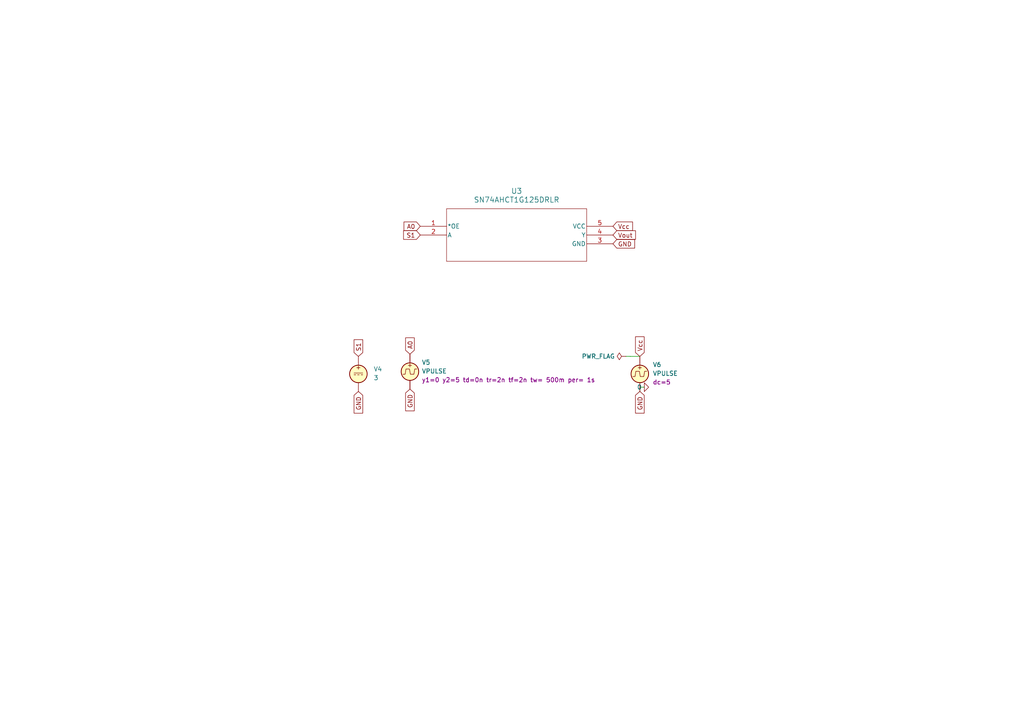
<source format=kicad_sch>
(kicad_sch (version 20231120) (generator "eeschema") (generator_version "8.0")
  (paper "A4")
  (lib_symbols
    (symbol "SN74AHCT1G125:SN74AHCT1G125DRLR" (pin_names (offset 0.254))
      (property "Reference" "U" (at 27.94 10.16 0))
      (property "Value" "SN74AHCT1G125DRLR" (at 27.94 7.62 0))
      (symbol "SN74AHCT1G125DRLR_0_1"
        (polyline (pts (xy 7.62 -10.16) (xy 48.26 -10.16)) (stroke (width 0.127)))
        (polyline (pts (xy 7.62 5.08) (xy 7.62 -10.16)) (stroke (width 0.127)))
        (polyline (pts (xy 48.26 -10.16) (xy 48.26 5.08)) (stroke (width 0.127)))
        (polyline (pts (xy 48.26 5.08) (xy 7.62 5.08)) (stroke (width 0.127)))
        (pin input line (at 0 0 0) (length 7.62) (name "*OE") (number "1"))
        (pin input line (at 0 -2.54 0) (length 7.62) (name "A") (number "2"))
        (pin power_in line (at 55.88 -5.08 180) (length 7.62) (name "GND") (number "3"))
        (pin output line (at 55.88 -2.54 180) (length 7.62) (name "Y") (number "4"))
        (pin power_in line (at 55.88 0 180) (length 7.62) (name "VCC") (number "5"))
      )
    )
    (symbol "Simulation_SPICE:0" (power) (pin_numbers hide) (pin_names (offset 0) hide)
      (property "Value" "0" (at 0 -2.54 0))
      (symbol "0_0_1"
        (polyline (pts (xy -1.27 0) (xy 0 -1.27) (xy 1.27 0) (xy -1.27 0)))
      )
      (symbol "0_1_1"
        (pin power_in line (at 0 0 0) (length 0) (name "~") (number "1"))
      )
    )
    (symbol "Simulation_SPICE:VDC" (pin_numbers hide) (pin_names (offset 0.0254))
      (property "Reference" "V" (at 2.54 2.54 0))
      (property "Value" "1" (at 2.54 0 0))
      (symbol "VDC_0_0"
        (polyline (pts (xy -1.27 0.254) (xy 1.27 0.254)))
        (polyline (pts (xy -0.762 -0.254) (xy -1.27 -0.254)))
        (polyline (pts (xy 0.254 -0.254) (xy -0.254 -0.254)))
        (polyline (pts (xy 1.27 -0.254) (xy 0.762 -0.254)))
        (text "+" (at 0 1.905 0) (effects (font (size 1.27 1.27))))
      )
      (symbol "VDC_0_1"
        (circle (center 0 0) (radius 2.54) (stroke (width 0.254)) (fill (type background)))
      )
      (symbol "VDC_1_1"
        (pin passive line (at 0 5.08 270) (length 2.54) (name "~") (number "1"))
        (pin passive line (at 0 -5.08 90) (length 2.54) (name "~") (number "2"))
      )
    )
    (symbol "Simulation_SPICE:VPULSE" (pin_numbers hide) (pin_names (offset 0.0254))
      (property "Reference" "V" (at 2.54 2.54 0))
      (property "Value" "VPULSE" (at 2.54 0 0))
      (property "Sim.Params" "y1=0 y2=1 td=2n tr=2n tf=2n tw=50n per=100n" (at 2.54 -2.54 0))
      (symbol "VPULSE_0_0"
        (polyline (pts (xy -2.032 -0.762) (xy -1.397 -0.762) (xy -1.143 0.762) (xy -0.127 0.762) (xy 0.127 -0.762) (xy 1.143 -0.762) (xy 1.397 0.762) (xy 2.032 0.762)))
        (text "+" (at 0 1.905 0) (effects (font (size 1.27 1.27))))
      )
      (symbol "VPULSE_0_1"
        (circle (center 0 0) (radius 2.54) (stroke (width 0.254)) (fill (type background)))
      )
      (symbol "VPULSE_1_1"
        (pin passive line (at 0 5.08 270) (length 2.54) (name "~") (number "1"))
        (pin passive line (at 0 -5.08 90) (length 2.54) (name "~") (number "2"))
      )
    )
    (symbol "power:PWR_FLAG" (power) (pin_numbers hide) (pin_names (offset 0) hide)
      (property "Value" "PWR_FLAG" (at 0 3.81 0))
      (symbol "PWR_FLAG_0_0"
        (pin power_out line (at 0 0 90) (length 0) (name "~") (number "1"))
      )
      (symbol "PWR_FLAG_0_1"
        (polyline (pts (xy 0 0) (xy 0 1.27) (xy -1.016 1.905) (xy 0 2.54) (xy 1.016 1.905) (xy 0 1.27)))
      )
    )
  )
  (wire (pts (xy 181.5406 103.3488) (xy 182.8106 103.3488)))
  (wire (pts (xy 182.8106 103.3488) (xy 182.8106 103.3667)))
  (wire (pts (xy 185.5763 112.2909) (xy 185.5763 113.5267)))
  (wire (pts (xy 186.8754 112.2909) (xy 185.5763 112.2909)))
  (wire (pts (xy 182.8106 103.3667) (xy 185.5763 103.3667)))
  (global_label "S1" (shape input) (at 103.9503 103.3736 90) (property "Intersheetrefs" "${INTERSHEET_REFS}" (effects (hide yes))))
  (global_label "A0" (shape input) (at 118.8987 102.7043 90) (property "Intersheetrefs" "${INTERSHEET_REFS}" (effects (hide yes))))
  (global_label "Vout" (shape input) (at 177.7792 68.1718 0) (property "Intersheetrefs" "${INTERSHEET_REFS}" (effects (hide yes))))
  (global_label "A0" (shape input) (at 121.8992 65.6318 180) (property "Intersheetrefs" "${INTERSHEET_REFS}" (effects (hide yes))))
  (global_label "Vcc" (shape input) (at 185.5763 103.3667 90) (property "Intersheetrefs" "${INTERSHEET_REFS}" (effects (hide yes))))
  (global_label "GND" (shape input) (at 118.8987 112.8643 270) (property "Intersheetrefs" "${INTERSHEET_REFS}" (effects (hide yes))))
  (global_label "GND" (shape input) (at 103.9503 113.5336 270) (property "Intersheetrefs" "${INTERSHEET_REFS}" (effects (hide yes))))
  (global_label "S1" (shape input) (at 121.8992 68.1718 180) (property "Intersheetrefs" "${INTERSHEET_REFS}" (effects (hide yes))))
  (global_label "Vcc" (shape input) (at 177.7792 65.6318 0) (property "Intersheetrefs" "${INTERSHEET_REFS}" (effects (hide yes))))
  (global_label "GND" (shape input) (at 185.5763 113.5267 270) (property "Intersheetrefs" "${INTERSHEET_REFS}" (effects (hide yes))))
  (global_label "GND" (shape input) (at 177.7792 70.7118 0) (property "Intersheetrefs" "${INTERSHEET_REFS}" (effects (hide yes))))
  (symbol (lib_id "Simulation_SPICE:0") (at 186.8754 112.2909 90) (unit 1)
    (property "Reference" "#GND03" (effects (hide yes)))
    (property "Value" "0" (at 186.1886 112.2908 90) (effects (justify left)))
    (property "Datasheet" "https://ngspice.sourceforge.io/docs/ngspice-html-manual/manual.xhtml#subsec_Circuit_elements__device" (effects (hide yes)))
    (property "Description" "0V reference potential for simulation" (effects (hide yes)))
  )
  (symbol (lib_id "Simulation_SPICE:VPULSE") (at 118.8987 107.7843 0) (unit 1)
    (property "Reference" "V5" (at 122.3227 105.1144 0) (effects (justify left)))
    (property "Value" "VPULSE" (at 122.3227 107.6544 0) (effects (justify left)))
    (property "Datasheet" "https://ngspice.sourceforge.io/docs/ngspice-html-manual/manual.xhtml#sec_Independent_Sources_for" (effects (hide yes)))
    (property "Description" "Voltage source, pulse" (effects (hide yes)))
    (property "Sim.Pins" "1=+ 2=-" (effects (hide yes)))
    (property "Sim.Type" "PULSE" (effects (hide yes)))
    (property "Sim.Device" "V" (effects (hide yes)))
    (property "Sim.Params" "y1=0 y2=5 td=0n tr=2n tf=2n tw= 500m per= 1s" (at 122.3227 110.1944 0) (effects (justify left)))
  )
  (symbol (lib_id "Simulation_SPICE:VPULSE") (at 185.5763 108.4467 0) (unit 1)
    (property "Reference" "V6" (at 189.3162 105.7768 0) (effects (justify left)))
    (property "Value" "VPULSE" (at 189.3162 108.3168 0) (effects (justify left)))
    (property "Datasheet" "https://ngspice.sourceforge.io/docs/ngspice-html-manual/manual.xhtml#sec_Independent_Sources_for" (effects (hide yes)))
    (property "Description" "Voltage source, pulse" (effects (hide yes)))
    (property "Sim.Pins" "1=+ 2=-" (effects (hide yes)))
    (property "Sim.Type" "DC" (effects (hide yes)))
    (property "Sim.Device" "V" (effects (hide yes)))
    (property "Sim.Params" "dc=5" (at 189.3162 110.8568 0) (effects (justify left)))
  )
  (symbol (lib_id "power:PWR_FLAG") (at 181.5406 103.3488 90) (unit 1)
    (property "Reference" "#FLG03" (effects (hide yes)))
    (property "Value" "PWR_FLAG" (at 178.3654 103.3487 90) (effects (justify left)))
    (property "Description" "Special symbol for telling ERC where power comes from" (effects (hide yes)))
  )
  (symbol (lib_id "SN74AHCT1G125:SN74AHCT1G125DRLR") (at 121.8992 65.6318 0) (unit 1)
    (property "Reference" "U3" (at 149.8392 55.4139 0) (effects (font (size 1.524 1.524))))
    (property "Value" "SN74AHCT1G125DRLR" (at 149.8392 57.9539 0) (effects (font (size 1.524 1.524))))
    (property "Footprint" "DRL5" (effects (hide yes)))
    (property "Datasheet" "SN74AHCT1G125DRLR" (effects (hide yes)))
    (property "Sim.Library" "/Users/salimelouahdani/Downloads/SN74AHCT1G125.cir" (effects (hide yes)))
    (property "Sim.Name" "SN74AHCT1G125" (effects (hide yes)))
    (property "Sim.Device" "SUBCKT" (effects (hide yes)))
    (property "Sim.Pins" "1=OEZ 2=A 3=AGND 4=Y 5=VCC" (effects (hide yes)))
  )
  (symbol (lib_id "Simulation_SPICE:VDC") (at 103.9503 108.4536 0) (unit 1)
    (property "Reference" "V4" (at 108.3521 107.0537 0) (effects (justify left)))
    (property "Value" "3" (at 108.3521 109.5937 0) (effects (justify left)))
    (property "Datasheet" "https://ngspice.sourceforge.io/docs/ngspice-html-manual/manual.xhtml#sec_Independent_Sources_for" (effects (hide yes)))
    (property "Description" "Voltage source, DC" (effects (hide yes)))
    (property "Sim.Pins" "1=+ 2=-" (effects (hide yes)))
    (property "Sim.Type" "DC" (effects (hide yes)))
    (property "Sim.Device" "V" (effects (hide yes)))
  )
)
</source>
